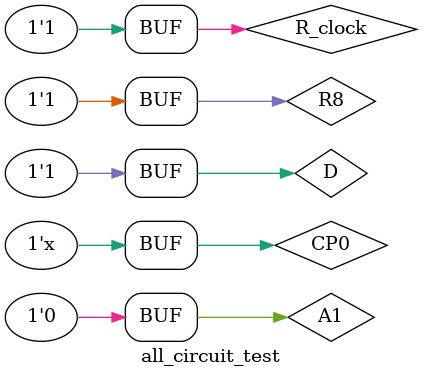
<source format=v>
module all_circuit_test();
reg CP0,R_clock,R8,D,A1;
wire P1,P1B,CPL0B;

All_Circuit	AA1(.CP0(CP0),.R8(R8),.R_clock(R_clock),.D(D),.A1(A1),.P1(P1),.P1B(P1B),.CPL0B(CPL0B));

initial
begin
CP0=0;
R8=0;
R_clock=0;
//DH=1;
#5 R_clock=1;
   R8=1;
//#127058 DH=0;   
end

initial
begin
D=1;
#40063 D=0;
#7000 D=1;
#40000 D=1;
#40000 D=1;
#7000 D=0;
#20000 D=0;
#10000 D=0;
#12000 D=1;
end

initial
begin
A1=1;
#63 A1=0;
end

/*initial
begin
L3=0;
#60 L3=1;
#5 L3=0;
end*/

always
begin
#5 CP0=~CP0;
end

/*always
begin
#500 L3=~L3;
end*/


endmodule
</source>
